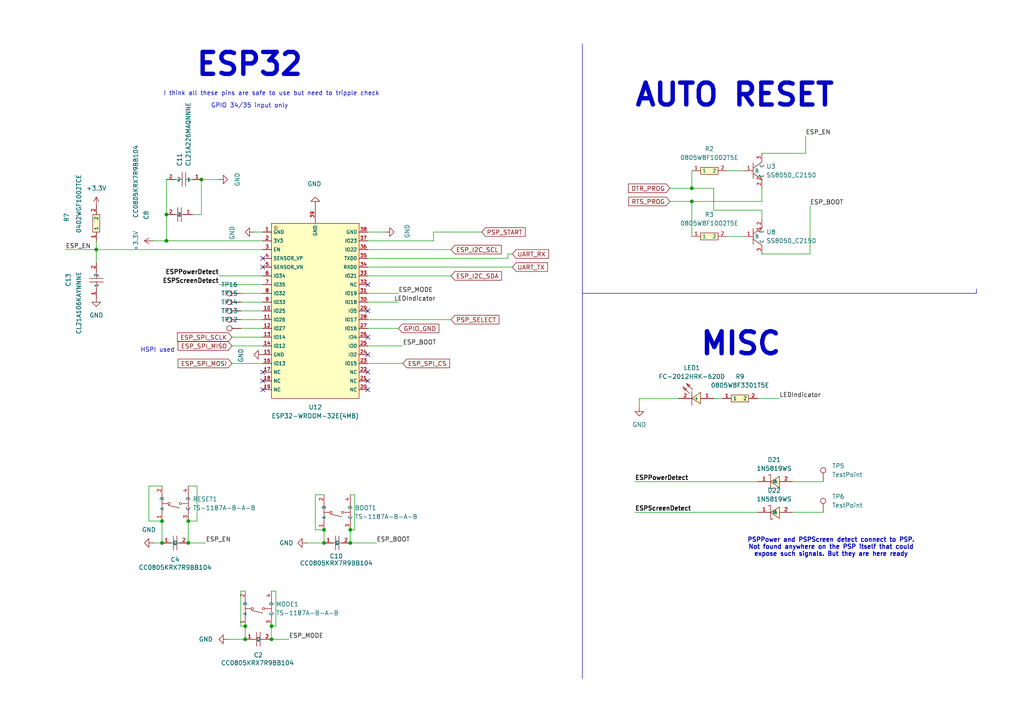
<source format=kicad_sch>
(kicad_sch (version 20231120) (generator "eeschema") (generator_version "8.0")
  (paper "A4")
  (title_block (title "PSP-Bluetooth") (date "2024-07-25") (rev "0.1") (comment 2 "https://github.com/ste2425/PSP-Bluetooth") (comment 4 "UNDER REVIEW - SUBJECT TO CHANGE"))
  (lib_symbols
    (symbol "Connector:TestPoint" (pin_numbers hide) (pin_names (offset 0.762) hide)
      (property "Reference" "TP" (at 0 6.858 0))
      (property "Value" "TestPoint" (at 0 5.08 0))
      (symbol "TestPoint_0_1"
        (circle (center 0 3.302) (radius 0.762))
      )
      (symbol "TestPoint_1_1"
        (pin passive line (at 0 0 90) (length 2.54) (name "1") (number "1"))
      )
    )
    (symbol "JLCPCB_schematic:0402WGF1002TCE"
      (property "Reference" "R" (at 0 1.27 0))
      (property "Value" "0402WGF1002TCE" (at 0 -2.54 0))
      (symbol "0402WGF1002TCE_0_1"
        (rectangle (start -2.54 1.016) (end 2.54 -1.016) (fill (type background)))
        (pin input line (at -5.08 0 0) (length 2.54) (name "1") (number "1"))
        (pin input line (at 5.08 0 180) (length 2.54) (name "2") (number "2"))
      )
    )
    (symbol "JLCPCB_schematic:0805W8F1002T5E"
      (property "Reference" "R" (at 0 1.27 0))
      (property "Value" "0805W8F1002T5E" (at 0 -2.54 0))
      (symbol "0805W8F1002T5E_0_1"
        (rectangle (start -2.54 1.016) (end 2.54 -1.016) (fill (type background)))
        (pin input line (at -5.08 0 0) (length 2.54) (name "1") (number "1"))
        (pin input line (at 5.08 0 180) (length 2.54) (name "2") (number "2"))
      )
    )
    (symbol "JLCPCB_schematic:0805W8F3301T5E"
      (property "Reference" "R" (at 0 1.27 0))
      (property "Value" "0805W8F3301T5E" (at 0 -2.54 0))
      (symbol "0805W8F3301T5E_0_1"
        (rectangle (start -2.54 1.016) (end 2.54 -1.016) (fill (type background)))
        (pin input line (at -5.08 0 0) (length 2.54) (name "1") (number "1"))
        (pin input line (at 5.08 0 180) (length 2.54) (name "2") (number "2"))
      )
    )
    (symbol "JLCPCB_schematic:1N5819WS"
      (property "Reference" "D" (at 0 1.27 0))
      (property "Value" "1N5819WS" (at 0 -2.54 0))
      (symbol "1N5819WS_0_1"
        (polyline (pts (xy -1.27 0) (xy -1.27 -2.032) (xy -0.762 -2.032) (xy -0.762 -1.778)))
        (polyline (pts (xy -1.27 0) (xy -1.27 2.032) (xy -1.778 2.032) (xy -1.778 1.778)))
        (polyline (pts (xy 1.27 1.524) (xy -1.27 0) (xy 1.27 -1.778) (xy 1.27 1.524)) (fill (type background)))
        (pin unspecified line (at -5.08 0 0) (length 3.81) (name "K") (number "1"))
        (pin unspecified line (at 5.08 0 180) (length 3.81) (name "A") (number "2"))
      )
    )
    (symbol "JLCPCB_schematic:CC0805KRX7R9BB104"
      (property "Reference" "C" (at 0 1.27 0))
      (property "Value" "CC0805KRX7R9BB104" (at 0 -2.54 0))
      (symbol "CC0805KRX7R9BB104_0_1"
        (polyline (pts (xy -1.27 0) (xy -0.508 0)))
        (polyline (pts (xy -0.508 2.032) (xy -0.508 -2.032)))
        (polyline (pts (xy 0.508 0) (xy 1.27 0)))
        (polyline (pts (xy 0.508 2.032) (xy 0.508 -2.032)))
        (pin input line (at -3.81 0 0) (length 2.54) (name "1") (number "1"))
        (pin input line (at 3.81 0 180) (length 2.54) (name "2") (number "2"))
      )
    )
    (symbol "JLCPCB_schematic:CL21A106KAYNNNE"
      (property "Reference" "C" (at 0 1.27 0))
      (property "Value" "CL21A106KAYNNNE" (at 0 -2.54 0))
      (symbol "CL21A106KAYNNNE_0_1"
        (polyline (pts (xy -0.508 -2.032) (xy -0.508 2.032)))
        (polyline (pts (xy -0.508 0) (xy -2.54 0)))
        (polyline (pts (xy 0.508 2.032) (xy 0.508 -2.032)))
        (polyline (pts (xy 2.54 0) (xy 0.508 0)))
        (pin unspecified line (at -5.08 0 0) (length 2.54) (name "1") (number "1"))
        (pin unspecified line (at 5.08 0 180) (length 2.54) (name "2") (number "2"))
      )
    )
    (symbol "JLCPCB_schematic:CL21A226MAQNNNE"
      (property "Reference" "C" (at 0 1.27 0))
      (property "Value" "CL21A226MAQNNNE" (at 0 -2.54 0))
      (symbol "CL21A226MAQNNNE_0_1"
        (polyline (pts (xy -0.508 -2.032) (xy -0.508 2.032)))
        (polyline (pts (xy -0.508 0) (xy -2.54 0)))
        (polyline (pts (xy 0.508 2.032) (xy 0.508 -2.032)))
        (polyline (pts (xy 2.54 0) (xy 0.508 0)))
        (pin unspecified line (at -5.08 0 0) (length 2.54) (name "1") (number "1"))
        (pin unspecified line (at 5.08 0 180) (length 2.54) (name "2") (number "2"))
      )
    )
    (symbol "JLCPCB_schematic:ESP32-WROOM-32E(4MB)"
      (property "Reference" "U" (at 0 1.27 0))
      (property "Value" "ESP32-WROOM-32E(4MB)" (at 0 -2.54 0))
      (symbol "ESP32-WROOM-32E(4MB)_0_1"
        (rectangle (start -12.7 25.4001) (end 12.7 -25.4001) (fill (type background)))
        (circle (center -11.43 24.13) (radius 0.381) (fill (type background)))
        (pin unspecified line (at -15.24 22.86 0) (length 2.54) (name "GND") (number "1"))
        (pin unspecified line (at -15.24 0 0) (length 2.54) (name "IO25") (number "10"))
        (pin unspecified line (at -15.24 -2.54 0) (length 2.54) (name "IO26") (number "11"))
        (pin unspecified line (at -15.24 -5.08 0) (length 2.54) (name "IO27") (number "12"))
        (pin unspecified line (at -15.24 -7.62 0) (length 2.54) (name "IO14") (number "13"))
        (pin unspecified line (at -15.24 -10.16 0) (length 2.54) (name "IO12") (number "14"))
        (pin unspecified line (at -15.24 -12.7 0) (length 2.54) (name "GND") (number "15"))
        (pin unspecified line (at -15.24 -15.24 0) (length 2.54) (name "IO13") (number "16"))
        (pin unspecified line (at -15.24 -17.78 0) (length 2.54) (name "NC") (number "17"))
        (pin unspecified line (at -15.24 -20.32 0) (length 2.54) (name "NC") (number "18"))
        (pin unspecified line (at -15.24 -22.86 0) (length 2.54) (name "NC") (number "19"))
        (pin unspecified line (at -15.24 20.32 0) (length 2.54) (name "3V3") (number "2"))
        (pin unspecified line (at 15.24 -22.86 180) (length 2.54) (name "NC") (number "20"))
        (pin unspecified line (at 15.24 -20.32 180) (length 2.54) (name "NC") (number "21"))
        (pin unspecified line (at 15.24 -17.78 180) (length 2.54) (name "NC") (number "22"))
        (pin unspecified line (at 15.24 -15.24 180) (length 2.54) (name "IO15") (number "23"))
        (pin unspecified line (at 15.24 -12.7 180) (length 2.54) (name "IO2") (number "24"))
        (pin unspecified line (at 15.24 -10.16 180) (length 2.54) (name "IO0") (number "25"))
        (pin unspecified line (at 15.24 -7.62 180) (length 2.54) (name "IO4") (number "26"))
        (pin unspecified line (at 15.24 -5.08 180) (length 2.54) (name "IO16") (number "27"))
        (pin unspecified line (at 15.24 -2.54 180) (length 2.54) (name "IO17") (number "28"))
        (pin unspecified line (at 15.24 0 180) (length 2.54) (name "IO5") (number "29"))
        (pin unspecified line (at -15.24 17.78 0) (length 2.54) (name "EN") (number "3"))
        (pin unspecified line (at 15.24 2.54 180) (length 2.54) (name "IO18") (number "30"))
        (pin unspecified line (at 15.24 5.08 180) (length 2.54) (name "IO19") (number "31"))
        (pin unspecified line (at 15.24 7.62 180) (length 2.54) (name "NC") (number "32"))
        (pin unspecified line (at 15.24 10.16 180) (length 2.54) (name "IO21") (number "33"))
        (pin unspecified line (at 15.24 12.7 180) (length 2.54) (name "RXD0") (number "34"))
        (pin unspecified line (at 15.24 15.24 180) (length 2.54) (name "TXD0") (number "35"))
        (pin unspecified line (at 15.24 17.78 180) (length 2.54) (name "IO22") (number "36"))
        (pin unspecified line (at 15.24 20.32 180) (length 2.54) (name "IO23") (number "37"))
        (pin unspecified line (at 15.24 22.86 180) (length 2.54) (name "GND") (number "38"))
        (pin unspecified line (at 0 30.48 270) (length 5.08) (name "GND") (number "39"))
        (pin unspecified line (at -15.24 15.24 0) (length 2.54) (name "SENSOR_VP") (number "4"))
        (pin unspecified line (at -15.24 12.7 0) (length 2.54) (name "SENSOR_VN") (number "5"))
        (pin unspecified line (at -15.24 10.16 0) (length 2.54) (name "IO34") (number "6"))
        (pin unspecified line (at -15.24 7.62 0) (length 2.54) (name "IO35") (number "7"))
        (pin unspecified line (at -15.24 5.08 0) (length 2.54) (name "IO32") (number "8"))
        (pin unspecified line (at -15.24 2.54 0) (length 2.54) (name "IO33") (number "9"))
      )
    )
    (symbol "JLCPCB_schematic:FC-2012HRK-620D"
      (property "Reference" "LED" (at 0 1.27 0))
      (property "Value" "FC-2012HRK-620D" (at 0 -2.54 0))
      (symbol "FC-2012HRK-620D_0_1"
        (polyline (pts (xy -2.032 1.524) (xy -3.81 3.302)))
        (polyline (pts (xy -1.27 2.032) (xy -1.27 -2.032)))
        (polyline (pts (xy -1.016 2.54) (xy -2.794 4.318)))
        (polyline (pts (xy -3.81 3.302) (xy -2.794 2.794) (xy -3.302 2.286) (xy -3.81 3.302)) (fill (type background)))
        (polyline (pts (xy -2.794 4.318) (xy -1.778 3.81) (xy -2.286 3.302) (xy -2.794 4.318)) (fill (type background)))
        (polyline (pts (xy 1.27 -1.524) (xy -1.27 0) (xy 1.27 1.778) (xy 1.27 -1.524)) (fill (type background)))
        (pin unspecified line (at 5.08 0 180) (length 3.81) (name "+") (number "1"))
        (pin unspecified line (at -5.08 0 0) (length 3.81) (name "-") (number "2"))
      )
    )
    (symbol "JLCPCB_schematic:SS8050_C2150"
      (property "Reference" "U" (at 0 1.27 0))
      (property "Value" "SS8050_C2150" (at 0 -2.54 0))
      (symbol "SS8050_C2150_0_1"
        (polyline (pts (xy -2.54 -0.762) (xy 0 -2.54)))
        (polyline (pts (xy -2.54 2.286) (xy -2.54 -2.286)))
        (polyline (pts (xy 0 2.54) (xy -2.54 0.762)))
        (polyline (pts (xy 0 -2.54) (xy -0.762 -1.27) (xy -1.524 -2.286) (xy 0 -2.54)) (fill (type background)))
        (pin unspecified line (at -5.08 0 0) (length 2.54) (name "B") (number "1"))
        (pin unspecified line (at 0 -5.08 90) (length 2.54) (name "E") (number "2"))
        (pin unspecified line (at 0 5.08 270) (length 2.54) (name "C") (number "3"))
      )
    )
    (symbol "JLCPCB_schematic:TS-1187A-B-A-B"
      (property "Reference" "U" (at 0 1.27 0))
      (property "Value" "TS-1187A-B-A-B" (at 0 -2.54 0))
      (symbol "TS-1187A-B-A-B_0_1"
        (circle (center 0 -2.794) (radius 0.3175) (fill (type background)))
        (polyline (pts (xy -2.54 -5.08) (xy 2.54 -5.08)))
        (polyline (pts (xy -2.54 2.54) (xy 2.54 2.54)))
        (polyline (pts (xy -0.508 0.762) (xy -1.27 -2.54)))
        (polyline (pts (xy 0 -3.302) (xy 0 -5.08)))
        (polyline (pts (xy 0 0.762) (xy 0 2.54)))
        (circle (center 0 0.508) (radius 0.3175) (fill (type background)))
        (pin unspecified line (at -5.08 2.54 0) (length 2.54) (name "A") (number "1"))
        (pin unspecified line (at 5.08 2.54 180) (length 2.54) (name "B") (number "2"))
        (pin unspecified line (at -5.08 -5.08 0) (length 2.54) (name "C") (number "3"))
        (pin unspecified line (at 5.08 -5.08 180) (length 2.54) (name "D") (number "4"))
      )
    )
    (symbol "power:+3.3V" (power) (pin_numbers hide) (pin_names (offset 0) hide)
      (property "Value" "+3.3V" (at 0 3.556 0))
      (symbol "+3.3V_0_1"
        (polyline (pts (xy -0.762 1.27) (xy 0 2.54)))
        (polyline (pts (xy 0 0) (xy 0 2.54)))
        (polyline (pts (xy 0 2.54) (xy 0.762 1.27)))
      )
      (symbol "+3.3V_1_1"
        (pin power_in line (at 0 0 90) (length 0) (name "~") (number "1"))
      )
    )
    (symbol "power:GND" (power) (pin_numbers hide) (pin_names (offset 0) hide)
      (property "Value" "GND" (at 0 -3.81 0))
      (symbol "GND_0_1"
        (polyline (pts (xy 0 0) (xy 0 -1.27) (xy 1.27 -1.27) (xy 0 -2.54) (xy -1.27 -1.27) (xy 0 -1.27)))
      )
      (symbol "GND_1_1"
        (pin power_in line (at 0 0 270) (length 0) (name "~") (number "1"))
      )
    )
  )
  (junction (at 101.6 157.48))
  (junction (at 54.61 151.13))
  (junction (at 48.26 62.23))
  (junction (at 200.66 54.61))
  (junction (at 48.26 69.85))
  (junction (at 200.66 58.42))
  (junction (at 27.94 72.39))
  (junction (at 46.99 157.48))
  (junction (at 93.98 153.67))
  (junction (at 78.74 181.61))
  (junction (at 71.12 185.42))
  (junction (at 46.99 151.13))
  (junction (at 71.12 181.61))
  (junction (at 54.61 157.48))
  (junction (at 93.98 157.48))
  (junction (at 58.42 52.07))
  (junction (at 78.74 185.42))
  (junction (at 101.6 153.67))
  (no_connect (at 106.68 107.95))
  (no_connect (at 106.68 113.03))
  (no_connect (at 106.68 110.49))
  (no_connect (at 76.2 107.95))
  (no_connect (at 76.2 74.93))
  (no_connect (at 106.68 90.17))
  (no_connect (at 76.2 110.49))
  (no_connect (at 76.2 113.03))
  (no_connect (at 106.68 82.55))
  (no_connect (at 106.68 102.87))
  (no_connect (at 76.2 77.47))
  (no_connect (at 106.68 97.79))
  (wire (pts (xy 106.68 100.33) (xy 116.84 100.33)))
  (wire (pts (xy 80.01 181.61) (xy 78.74 181.61)))
  (wire (pts (xy 54.61 151.13) (xy 54.61 157.48)))
  (wire (pts (xy 196.85 115.57) (xy 185.42 115.57)))
  (wire (pts (xy 46.99 140.97) (xy 43.18 140.97)))
  (wire (pts (xy 220.98 58.42) (xy 220.98 54.61)))
  (wire (pts (xy 27.94 72.39) (xy 76.2 72.39)))
  (wire (pts (xy 58.42 52.07) (xy 58.42 62.23)))
  (wire (pts (xy 43.18 140.97) (xy 43.18 151.13)))
  (wire (pts (xy 71.12 181.61) (xy 71.12 185.42)))
  (wire (pts (xy 106.68 67.31) (xy 111.76 67.31)))
  (wire (pts (xy 63.5 82.55) (xy 76.2 82.55)))
  (wire (pts (xy 101.6 153.67) (xy 101.6 157.48)))
  (wire (pts (xy 91.44 153.67) (xy 93.98 153.67)))
  (wire (pts (xy 80.01 171.45) (xy 80.01 181.61)))
  (wire (pts (xy 185.42 115.57) (xy 185.42 118.11)))
  (polyline (pts (xy 168.91 85.09) (xy 283.21 85.09)))
  (wire (pts (xy 44.45 69.85) (xy 48.26 69.85)))
  (wire (pts (xy 210.82 49.53) (xy 215.9 49.53)))
  (wire (pts (xy 207.01 54.61) (xy 207.01 60.96)))
  (wire (pts (xy 220.98 44.45) (xy 233.68 44.45)))
  (wire (pts (xy 106.68 95.25) (xy 115.57 95.25)))
  (wire (pts (xy 67.31 100.33) (xy 76.2 100.33)))
  (wire (pts (xy 27.94 69.85) (xy 27.94 72.39)))
  (wire (pts (xy 200.66 54.61) (xy 207.01 54.61)))
  (wire (pts (xy 106.68 105.41) (xy 116.84 105.41)))
  (wire (pts (xy 207.01 60.96) (xy 220.98 60.96)))
  (wire (pts (xy 106.68 72.39) (xy 130.81 72.39)))
  (wire (pts (xy 106.68 85.09) (xy 115.57 85.09)))
  (wire (pts (xy 194.31 54.61) (xy 200.66 54.61)))
  (wire (pts (xy 69.85 181.61) (xy 71.12 181.61)))
  (wire (pts (xy 102.87 153.67) (xy 101.6 153.67)))
  (wire (pts (xy 78.74 181.61) (xy 78.74 185.42)))
  (wire (pts (xy 46.99 151.13) (xy 46.99 157.48)))
  (wire (pts (xy 76.2 69.85) (xy 48.26 69.85)))
  (wire (pts (xy 67.31 97.79) (xy 76.2 97.79)))
  (wire (pts (xy 101.6 143.51) (xy 102.87 143.51)))
  (wire (pts (xy 44.45 157.48) (xy 46.99 157.48)))
  (polyline (pts (xy 168.91 12.7) (xy 168.91 196.85)))
  (wire (pts (xy 220.98 73.66) (xy 234.95 73.66)))
  (wire (pts (xy 69.85 95.25) (xy 76.2 95.25)))
  (wire (pts (xy 48.26 62.23) (xy 48.26 52.07)))
  (wire (pts (xy 69.85 90.17) (xy 76.2 90.17)))
  (wire (pts (xy 73.66 67.31) (xy 76.2 67.31)))
  (polyline (pts (xy 283.21 83.82) (xy 283.21 85.09)))
  (wire (pts (xy 106.68 77.47) (xy 148.59 77.47)))
  (wire (pts (xy 106.68 92.71) (xy 130.81 92.71)))
  (wire (pts (xy 194.31 58.42) (xy 200.66 58.42)))
  (wire (pts (xy 148.59 73.66) (xy 147.32 73.66)))
  (wire (pts (xy 69.85 171.45) (xy 69.85 181.61)))
  (wire (pts (xy 43.18 151.13) (xy 46.99 151.13)))
  (wire (pts (xy 184.15 139.7) (xy 219.71 139.7)))
  (wire (pts (xy 57.15 140.97) (xy 57.15 151.13)))
  (wire (pts (xy 59.69 157.48) (xy 54.61 157.48)))
  (wire (pts (xy 69.85 85.09) (xy 76.2 85.09)))
  (wire (pts (xy 184.15 148.59) (xy 219.71 148.59)))
  (wire (pts (xy 63.5 80.01) (xy 76.2 80.01)))
  (wire (pts (xy 210.82 68.58) (xy 215.9 68.58)))
  (wire (pts (xy 106.68 87.63) (xy 115.57 87.63)))
  (wire (pts (xy 91.44 143.51) (xy 91.44 153.67)))
  (wire (pts (xy 19.05 72.39) (xy 27.94 72.39)))
  (wire (pts (xy 54.61 140.97) (xy 57.15 140.97)))
  (wire (pts (xy 233.68 44.45) (xy 233.68 39.37)))
  (wire (pts (xy 101.6 157.48) (xy 109.22 157.48)))
  (wire (pts (xy 63.5 52.07) (xy 58.42 52.07)))
  (wire (pts (xy 93.98 143.51) (xy 91.44 143.51)))
  (wire (pts (xy 55.88 62.23) (xy 58.42 62.23)))
  (wire (pts (xy 66.04 185.42) (xy 71.12 185.42)))
  (wire (pts (xy 106.68 74.93) (xy 147.32 74.93)))
  (wire (pts (xy 229.87 148.59) (xy 238.76 148.59)))
  (wire (pts (xy 200.66 58.42) (xy 220.98 58.42)))
  (wire (pts (xy 220.98 60.96) (xy 220.98 63.5)))
  (wire (pts (xy 71.12 171.45) (xy 69.85 171.45)))
  (wire (pts (xy 200.66 54.61) (xy 200.66 49.53)))
  (wire (pts (xy 125.73 67.31) (xy 125.73 69.85)))
  (wire (pts (xy 106.68 80.01) (xy 130.81 80.01)))
  (wire (pts (xy 229.87 139.7) (xy 238.76 139.7)))
  (wire (pts (xy 125.73 69.85) (xy 106.68 69.85)))
  (wire (pts (xy 48.26 62.23) (xy 48.26 69.85)))
  (wire (pts (xy 78.74 171.45) (xy 80.01 171.45)))
  (wire (pts (xy 200.66 58.42) (xy 200.66 68.58)))
  (wire (pts (xy 147.32 73.66) (xy 147.32 74.93)))
  (wire (pts (xy 27.94 72.39) (xy 27.94 76.2)))
  (wire (pts (xy 219.71 115.57) (xy 226.06 115.57)))
  (wire (pts (xy 67.31 105.41) (xy 76.2 105.41)))
  (wire (pts (xy 207.01 115.57) (xy 209.55 115.57)))
  (wire (pts (xy 69.85 92.71) (xy 76.2 92.71)))
  (wire (pts (xy 125.73 67.31) (xy 139.7 67.31)))
  (wire (pts (xy 93.98 153.67) (xy 93.98 157.48)))
  (wire (pts (xy 69.85 87.63) (xy 76.2 87.63)))
  (wire (pts (xy 102.87 143.51) (xy 102.87 153.67)))
  (wire (pts (xy 57.15 151.13) (xy 54.61 151.13)))
  (wire (pts (xy 83.82 185.42) (xy 78.74 185.42)))
  (wire (pts (xy 234.95 73.66) (xy 234.95 59.69)))
  (wire (pts (xy 88.9 157.48) (xy 93.98 157.48)))
  (text "ESP32" (at 72.39 18.796 0) (effects (font (size 6.35 6.35) (thickness 1.27) (bold yes))))
  (text "HSPI used" (at 45.72 101.6 0) (effects (font (size 1.27 1.27))))
  (text "PSPPower and PSPScreen detect connect to PSP.\nNot found anywhere on the PSP itself that could\nexpose such signals. But they are here ready" (at 241.046 158.75 0) (effects (font (size 1.27 1.27) (bold yes))))
  (text "AUTO RESET" (at 213.106 27.686 0) (effects (font (size 6.35 6.35) (thickness 1.27) (bold yes))))
  (text "I think all these pins are safe to use but need to tripple check" (at 78.74 27.178 0) (effects (font (size 1.27 1.27))))
  (text "GPIO 34/35 input only" (at 72.39 30.734 0) (effects (font (size 1.27 1.27))))
  (text "MISC" (at 214.884 99.822 0) (effects (font (size 6.35 6.35) (bold yes))))
  (label "ESP_BOOT" (at 116.84 100.33 0))
  (label "ESPScreenDetect" (at 184.15 148.59 0) (effects (font (bold yes))))
  (label "ESPPowerDetect" (at 63.5 80.01 180) (effects (font (bold yes))))
  (label "ESP_EN" (at 59.69 157.48 0))
  (label "ESP_EN" (at 19.05 72.39 0))
  (label "ESP_BOOT" (at 234.95 59.69 0))
  (label "ESPPowerDetect" (at 184.15 139.7 0) (effects (font (bold yes))))
  (label "ESP_EN" (at 233.68 39.37 0))
  (label "ESP_BOOT" (at 109.22 157.48 0))
  (label "LEDIndicator" (at 114.3 87.63 0))
  (label "ESP_MODE" (at 83.82 185.42 0))
  (label "ESP_MODE" (at 115.57 85.09 0))
  (label "LEDIndicator" (at 226.06 115.57 0))
  (label "ESPScreenDetect" (at 63.5 82.55 180) (effects (font (bold yes))))
  (global_label "DTR_PROG" (shape input) (at 194.31 54.61 180) (property "Intersheetrefs" "${INTERSHEET_REFS}" (effects (hide yes))))
  (global_label "GPIO_GND" (shape input) (at 115.57 95.25 0) (property "Intersheetrefs" "${INTERSHEET_REFS}" (effects (hide yes))))
  (global_label "ESP_I2C_SDA" (shape input) (at 130.81 80.01 0) (property "Intersheetrefs" "${INTERSHEET_REFS}" (effects (hide yes))))
  (global_label "ESP_SPI_SCLK" (shape input) (at 67.31 97.79 180) (property "Intersheetrefs" "${INTERSHEET_REFS}" (effects (hide yes))))
  (global_label "ESP_SPI_MOSI" (shape input) (at 67.31 105.41 180) (property "Intersheetrefs" "${INTERSHEET_REFS}" (effects (hide yes))))
  (global_label "UART_TX" (shape input) (at 148.59 77.47 0) (property "Intersheetrefs" "${INTERSHEET_REFS}" (effects (hide yes))))
  (global_label "UART_RX" (shape input) (at 148.59 73.66 0) (property "Intersheetrefs" "${INTERSHEET_REFS}" (effects (hide yes))))
  (global_label "PSP_SELECT" (shape input) (at 130.81 92.71 0) (property "Intersheetrefs" "${INTERSHEET_REFS}" (effects (hide yes))))
  (global_label "PSP_START" (shape input) (at 139.7 67.31 0) (property "Intersheetrefs" "${INTERSHEET_REFS}" (effects (hide yes))))
  (global_label "ESP_I2C_SCL" (shape input) (at 130.81 72.39 0) (property "Intersheetrefs" "${INTERSHEET_REFS}" (effects (hide yes))))
  (global_label "RTS_PROG" (shape input) (at 194.31 58.42 180) (property "Intersheetrefs" "${INTERSHEET_REFS}" (effects (hide yes))))
  (global_label "ESP_SPI_MISO" (shape input) (at 67.31 100.33 180) (property "Intersheetrefs" "${INTERSHEET_REFS}" (effects (hide yes))))
  (global_label "ESP_SPI_CS" (shape input) (at 116.84 105.41 0) (property "Intersheetrefs" "${INTERSHEET_REFS}" (effects (hide yes))))
  (symbol (lib_id "power:GND") (at 66.04 185.42 270) (unit 1)
    (property "Reference" "#PWR05" (effects (hide yes)))
    (property "Value" "GND" (at 59.69 185.42 90))
    (property "Description" "Power symbol creates a global label with name \"GND\" , ground" (effects (hide yes)))
  )
  (symbol (lib_id "power:GND") (at 91.44 59.69 180) (unit 1)
    (property "Reference" "#PWR057" (effects (hide yes)))
    (property "Value" "GND" (at 91.186 53.34 0))
    (property "Description" "Power symbol creates a global label with name \"GND\" , ground" (effects (hide yes)))
  )
  (symbol (lib_id "JLCPCB_schematic:CL21A226MAQNNNE") (at 53.34 52.07 180) (unit 1)
    (property "Reference" "C11" (at 52.0699 48.26 90) (effects (justify right)))
    (property "Value" "CL21A226MAQNNNE" (at 54.6099 48.26 90) (effects (justify right)))
    (property "Footprint" "JLCPCB_footprint:C0805" (effects (hide yes)))
    (property "Datasheet" "https://item.szlcsc.com/373011.html" (effects (hide yes)))
    (property "Description" "22uF" (effects (hide yes)))
    (property "LCSC" "C45783" (effects (hide yes)))
  )
  (symbol (lib_id "JLCPCB_schematic:0805W8F1002T5E") (at 205.74 68.58 0) (unit 1)
    (property "Reference" "R3" (at 205.74 62.23 0))
    (property "Value" "0805W8F1002T5E" (at 205.74 64.77 0))
    (property "Footprint" "JLCPCB_footprint:R0805" (effects (hide yes)))
    (property "Datasheet" "https://item.szlcsc.com/142685.html" (effects (hide yes)))
    (property "Description" "10k" (effects (hide yes)))
    (property "LCSC" "C17414" (effects (hide yes)))
  )
  (symbol (lib_id "JLCPCB_schematic:CC0805KRX7R9BB104") (at 97.79 157.48 0) (unit 1)
    (property "Reference" "C10" (at 97.536 161.29 0))
    (property "Value" "CC0805KRX7R9BB104" (at 97.536 163.322 0))
    (property "Footprint" "JLCPCB_footprint:C0805" (effects (hide yes)))
    (property "Datasheet" "https://item.szlcsc.com/373011.html" (effects (hide yes)))
    (property "Description" ".1uF" (effects (hide yes)))
    (property "LCSC" "C49678" (effects (hide yes)))
  )
  (symbol (lib_id "Connector:TestPoint") (at 69.85 85.09 90) (unit 1)
    (property "Reference" "TP16" (at 66.548 82.55 90))
    (property "Value" "TestPoint" (effects (hide yes)))
    (property "Footprint" "TestPoint:TestPoint_Pad_1.5x1.5mm" (effects (hide yes)))
    (property "Description" "test point" (effects (hide yes)))
  )
  (symbol (lib_id "JLCPCB_schematic:SS8050_C2150") (at 220.98 49.53 0) (unit 1)
    (property "Reference" "U3" (at 222.25 48.2599 0) (effects (justify left)))
    (property "Value" "SS8050_C2150" (at 222.25 50.7999 0) (effects (justify left)))
    (property "Footprint" "JLCPCB_footprint:SOT-23-3_L2.9-W1.3-P1.90-LS2.4-BR" (effects (hide yes)))
    (property "Datasheet" "https://www.diodes.com/assets/Package-Files/SOT23.pdf" (effects (hide yes)))
    (property "Description" "transistor/mosfet things" (effects (hide yes)))
    (property "LCSC" "C2150" (effects (hide yes)))
  )
  (symbol (lib_id "JLCPCB_schematic:1N5819WS") (at 224.79 139.7 0) (unit 1)
    (property "Reference" "D21" (at 224.536 133.35 0))
    (property "Value" "1N5819WS" (at 224.536 135.89 0))
    (property "Footprint" "JLCPCB_footprint:SOD-323_L1.8-W1.3-LS2.5-RD" (effects (hide yes)))
    (property "Datasheet" "https://item.szlcsc.com/295156.html" (effects (hide yes)))
    (property "Description" "shotkey diode" (effects (hide yes)))
    (property "LCSC" "C191023" (effects (hide yes)))
  )
  (symbol (lib_id "power:GND") (at 111.76 67.31 90) (unit 1)
    (property "Reference" "#PWR058" (effects (hide yes)))
    (property "Value" "GND" (at 118.11 67.056 0))
    (property "Description" "Power symbol creates a global label with name \"GND\" , ground" (effects (hide yes)))
  )
  (symbol (lib_id "Connector:TestPoint") (at 69.85 92.71 90) (unit 1)
    (property "Reference" "TP13" (at 66.548 90.17 90))
    (property "Value" "TestPoint" (effects (hide yes)))
    (property "Footprint" "TestPoint:TestPoint_Pad_1.5x1.5mm" (effects (hide yes)))
    (property "Description" "test point" (effects (hide yes)))
  )
  (symbol (lib_id "power:GND") (at 73.66 67.31 270) (unit 1)
    (property "Reference" "#PWR056" (effects (hide yes)))
    (property "Value" "GND" (at 67.31 67.564 0))
    (property "Description" "Power symbol creates a global label with name \"GND\" , ground" (effects (hide yes)))
  )
  (symbol (lib_id "power:GND") (at 88.9 157.48 270) (unit 1)
    (property "Reference" "#PWR06" (effects (hide yes)))
    (property "Value" "GND" (at 83.058 157.48 90))
    (property "Description" "Power symbol creates a global label with name \"GND\" , ground" (effects (hide yes)))
  )
  (symbol (lib_id "JLCPCB_schematic:TS-1187A-B-A-B") (at 49.53 146.05 90) (unit 1)
    (property "Reference" "RESET1" (at 55.88 144.7799 90) (effects (justify right)))
    (property "Value" "TS-1187A-B-A-B" (at 55.88 147.3199 90) (effects (justify right)))
    (property "Footprint" "JLCPCB_footprint:SW-SMD_4P-L5.1-W5.1-P3.70-LS6.5-TL-2" (effects (hide yes)))
    (property "Datasheet" "https://item.szlcsc.com/300285.html" (effects (hide yes)))
    (property "LCSC" "C318884" (effects (hide yes)))
  )
  (symbol (lib_id "Connector:TestPoint") (at 238.76 139.7 0) (unit 1)
    (property "Reference" "TP5" (at 241.3 135.1279 0) (effects (justify left)))
    (property "Value" "TestPoint" (at 241.3 137.6679 0) (effects (justify left)))
    (property "Footprint" "TestPoint:TestPoint_Pad_2.5x2.5mm" (effects (hide yes)))
    (property "Description" "test point" (effects (hide yes)))
  )
  (symbol (lib_id "JLCPCB_schematic:0805W8F3301T5E") (at 214.63 115.57 0) (unit 1)
    (property "Reference" "R9" (at 214.63 109.22 0))
    (property "Value" "0805W8F3301T5E" (at 214.63 111.76 0))
    (property "Footprint" "JLCPCB_footprint:R0805" (effects (hide yes)))
    (property "Datasheet" "https://item.szlcsc.com/142685.html" (effects (hide yes)))
    (property "Description" "3.3K" (effects (hide yes)))
    (property "LCSC" "C26010" (effects (hide yes)))
  )
  (symbol (lib_id "JLCPCB_schematic:TS-1187A-B-A-B") (at 96.52 148.59 90) (unit 1)
    (property "Reference" "BOOT1" (at 102.87 147.3199 90) (effects (justify right)))
    (property "Value" "TS-1187A-B-A-B" (at 102.87 149.8599 90) (effects (justify right)))
    (property "Footprint" "JLCPCB_footprint:SW-SMD_4P-L5.1-W5.1-P3.70-LS6.5-TL-2" (effects (hide yes)))
    (property "Datasheet" "https://item.szlcsc.com/300285.html" (effects (hide yes)))
    (property "Description" "boo" (effects (hide yes)))
    (property "LCSC" "C318884" (effects (hide yes)))
  )
  (symbol (lib_id "power:GND") (at 44.45 157.48 270) (unit 1)
    (property "Reference" "#PWR04" (effects (hide yes)))
    (property "Value" "GND" (at 43.18 153.67 90))
    (property "Description" "Power symbol creates a global label with name \"GND\" , ground" (effects (hide yes)))
  )
  (symbol (lib_id "Connector:TestPoint") (at 238.76 148.59 0) (unit 1)
    (property "Reference" "TP6" (at 241.3 144.0179 0) (effects (justify left)))
    (property "Value" "TestPoint" (at 241.3 146.5579 0) (effects (justify left)))
    (property "Footprint" "TestPoint:TestPoint_Pad_2.5x2.5mm" (effects (hide yes)))
    (property "Description" "test point" (effects (hide yes)))
  )
  (symbol (lib_id "power:+3.3V") (at 27.94 59.69 0) (unit 1)
    (property "Reference" "#PWR059" (effects (hide yes)))
    (property "Value" "+3.3V" (at 27.94 54.61 0))
    (property "Description" "Power symbol creates a global label with name \"+3.3V\"" (effects (hide yes)))
  )
  (symbol (lib_id "JLCPCB_schematic:TS-1187A-B-A-B") (at 73.66 176.53 90) (unit 1)
    (property "Reference" "MODE1" (at 80.01 175.2599 90) (effects (justify right)))
    (property "Value" "TS-1187A-B-A-B" (at 80.01 177.7999 90) (effects (justify right)))
    (property "Footprint" "JLCPCB_footprint:SW-SMD_4P-L5.1-W5.1-P3.70-LS6.5-TL-2" (effects (hide yes)))
    (property "Datasheet" "https://item.szlcsc.com/300285.html" (effects (hide yes)))
    (property "LCSC" "C318884" (effects (hide yes)))
  )
  (symbol (lib_id "power:GND") (at 76.2 102.87 270) (unit 1)
    (property "Reference" "#PWR036" (effects (hide yes)))
    (property "Value" "GND" (at 69.85 103.124 0))
    (property "Description" "Power symbol creates a global label with name \"GND\" , ground" (effects (hide yes)))
  )
  (symbol (lib_id "JLCPCB_schematic:CL21A106KAYNNNE") (at 27.94 81.28 90) (unit 1)
    (property "Reference" "C13" (at 19.812 79.248 0) (effects (justify right)))
    (property "Value" "CL21A106KAYNNNE" (at 22.86 78.74 0) (effects (justify right)))
    (property "Footprint" "JLCPCB_footprint:C0805" (effects (hide yes)))
    (property "Datasheet" "https://item.szlcsc.com/373011.html" (effects (hide yes)))
    (property "Description" "10uF" (effects (hide yes)))
    (property "LCSC" "C15850" (effects (hide yes)))
  )
  (symbol (lib_id "Connector:TestPoint") (at 69.85 87.63 90) (unit 1)
    (property "Reference" "TP15" (at 66.548 85.09 90))
    (property "Value" "TestPoint" (effects (hide yes)))
    (property "Footprint" "TestPoint:TestPoint_Pad_1.5x1.5mm" (effects (hide yes)))
    (property "Description" "test point" (effects (hide yes)))
  )
  (symbol (lib_id "Connector:TestPoint") (at 69.85 95.25 90) (unit 1)
    (property "Reference" "TP12" (at 66.548 92.71 90))
    (property "Value" "TestPoint" (effects (hide yes)))
    (property "Footprint" "TestPoint:TestPoint_Pad_1.5x1.5mm" (effects (hide yes)))
    (property "Description" "test point" (effects (hide yes)))
  )
  (symbol (lib_id "Connector:TestPoint") (at 69.85 90.17 90) (unit 1)
    (property "Reference" "TP14" (at 66.548 87.63 90))
    (property "Value" "TestPoint" (effects (hide yes)))
    (property "Footprint" "TestPoint:TestPoint_Pad_1.5x1.5mm" (effects (hide yes)))
    (property "Description" "test point" (effects (hide yes)))
  )
  (symbol (lib_id "JLCPCB_schematic:0805W8F1002T5E") (at 205.74 49.53 0) (unit 1)
    (property "Reference" "R2" (at 205.74 43.18 0))
    (property "Value" "0805W8F1002T5E" (at 205.74 45.72 0))
    (property "Footprint" "JLCPCB_footprint:R0805" (effects (hide yes)))
    (property "Datasheet" "https://item.szlcsc.com/142685.html" (effects (hide yes)))
    (property "Description" "10k" (effects (hide yes)))
    (property "LCSC" "C17414" (effects (hide yes)))
  )
  (symbol (lib_id "power:+3.3V") (at 44.45 69.85 90) (unit 1)
    (property "Reference" "#PWR034" (effects (hide yes)))
    (property "Value" "+3.3V" (at 39.37 69.85 0))
    (property "Description" "Power symbol creates a global label with name \"+3.3V\"" (effects (hide yes)))
  )
  (symbol (lib_id "JLCPCB_schematic:SS8050_C2150") (at 220.98 68.58 0) (mirror x) (unit 1)
    (property "Reference" "U8" (at 222.25 67.3099 0) (effects (justify left)))
    (property "Value" "SS8050_C2150" (at 222.25 69.8499 0) (effects (justify left)))
    (property "Footprint" "JLCPCB_footprint:SOT-23-3_L2.9-W1.3-P1.90-LS2.4-BR" (effects (hide yes)))
    (property "Datasheet" "https://www.diodes.com/assets/Package-Files/SOT23.pdf" (effects (hide yes)))
    (property "Description" "transistor/mosfet things" (effects (hide yes)))
    (property "LCSC" "C2150" (effects (hide yes)))
  )
  (symbol (lib_id "JLCPCB_schematic:FC-2012HRK-620D") (at 201.93 115.57 0) (unit 1)
    (property "Reference" "LED1" (at 200.66 106.68 0))
    (property "Value" "FC-2012HRK-620D" (at 200.66 109.22 0))
    (property "Footprint" "JLCPCB_footprint:LED0805-R-RD" (effects (hide yes)))
    (property "Datasheet" "https://item.szlcsc.com/88042.html" (effects (hide yes)))
    (property "LCSC" "C84256" (effects (hide yes)))
  )
  (symbol (lib_id "JLCPCB_schematic:CC0805KRX7R9BB104") (at 52.07 62.23 180) (unit 1)
    (property "Reference" "C8" (at 42.418 63.754 90) (effects (justify right)))
    (property "Value" "CC0805KRX7R9BB104" (at 39.37 63.246 90) (effects (justify right)))
    (property "Footprint" "JLCPCB_footprint:C0805" (effects (hide yes)))
    (property "Datasheet" "https://item.szlcsc.com/373011.html" (effects (hide yes)))
    (property "Description" ".1uF" (effects (hide yes)))
    (property "LCSC" "C49678" (effects (hide yes)))
  )
  (symbol (lib_id "JLCPCB_schematic:0402WGF1002TCE") (at 27.94 64.77 90) (unit 1)
    (property "Reference" "R7" (at 19.304 61.722 0) (effects (justify right)))
    (property "Value" "0402WGF1002TCE" (at 22.86 50.546 0) (effects (justify right)))
    (property "Footprint" "JLCPCB_footprint:R0402" (effects (hide yes)))
    (property "Datasheet" "https://item.szlcsc.com/323315.html" (effects (hide yes)))
    (property "Description" "10K" (effects (hide yes)))
    (property "LCSC" "C25744" (effects (hide yes)))
  )
  (symbol (lib_id "JLCPCB_schematic:1N5819WS") (at 224.79 148.59 0) (unit 1)
    (property "Reference" "D22" (at 224.536 142.24 0))
    (property "Value" "1N5819WS" (at 224.536 144.78 0))
    (property "Footprint" "JLCPCB_footprint:SOD-323_L1.8-W1.3-LS2.5-RD" (effects (hide yes)))
    (property "Datasheet" "https://item.szlcsc.com/295156.html" (effects (hide yes)))
    (property "Description" "shotkey diode" (effects (hide yes)))
    (property "LCSC" "C191023" (effects (hide yes)))
  )
  (symbol (lib_id "JLCPCB_schematic:CC0805KRX7R9BB104") (at 74.93 185.42 0) (unit 1)
    (property "Reference" "C2" (at 74.93 189.992 0))
    (property "Value" "CC0805KRX7R9BB104" (at 74.676 192.278 0))
    (property "Footprint" "JLCPCB_footprint:C0805" (effects (hide yes)))
    (property "Datasheet" "https://item.szlcsc.com/373011.html" (effects (hide yes)))
    (property "Description" ".1uF" (effects (hide yes)))
    (property "LCSC" "C49678" (effects (hide yes)))
  )
  (symbol (lib_id "JLCPCB_schematic:CC0805KRX7R9BB104") (at 50.8 157.48 0) (unit 1)
    (property "Reference" "C4" (at 50.8 162.306 0))
    (property "Value" "CC0805KRX7R9BB104" (at 50.8 164.592 0))
    (property "Footprint" "JLCPCB_footprint:C0805" (effects (hide yes)))
    (property "Datasheet" "https://item.szlcsc.com/373011.html" (effects (hide yes)))
    (property "Description" ".1uF" (effects (hide yes)))
    (property "LCSC" "C49678" (effects (hide yes)))
  )
  (symbol (lib_id "power:GND") (at 185.42 118.11 0) (unit 1)
    (property "Reference" "#PWR019" (effects (hide yes)))
    (property "Value" "GND" (at 185.42 123.19 0))
    (property "Description" "Power symbol creates a global label with name \"GND\" , ground" (effects (hide yes)))
  )
  (symbol (lib_id "power:GND") (at 27.94 86.36 0) (unit 1)
    (property "Reference" "#PWR060" (effects (hide yes)))
    (property "Value" "GND" (at 27.94 91.44 0))
    (property "Description" "Power symbol creates a global label with name \"GND\" , ground" (effects (hide yes)))
  )
  (symbol (lib_id "power:GND") (at 63.5 52.07 90) (unit 1)
    (property "Reference" "#PWR035" (effects (hide yes)))
    (property "Value" "GND" (at 68.834 52.07 0))
    (property "Description" "Power symbol creates a global label with name \"GND\" , ground" (effects (hide yes)))
  )
  (symbol (lib_id "JLCPCB_schematic:ESP32-WROOM-32E(4MB)") (at 91.44 90.17 0) (unit 1)
    (property "Reference" "U12" (at 91.44 118.11 0))
    (property "Value" "ESP32-WROOM-32E(4MB)" (at 91.44 120.65 0))
    (property "Footprint" "JLCPCB_footprint:WIFI-SMD_ESP32-WROOM-32E" (effects (hide yes)))
    (property "Datasheet" "https://atta.szlcsc.com/upload/public/pdf/source/20220601/0020821B65DE5740BBACA5FACC5CF3B6.pdf" (effects (hide yes)))
    (property "LCSC" "C701341" (effects (hide yes)))
  )
)
</source>
